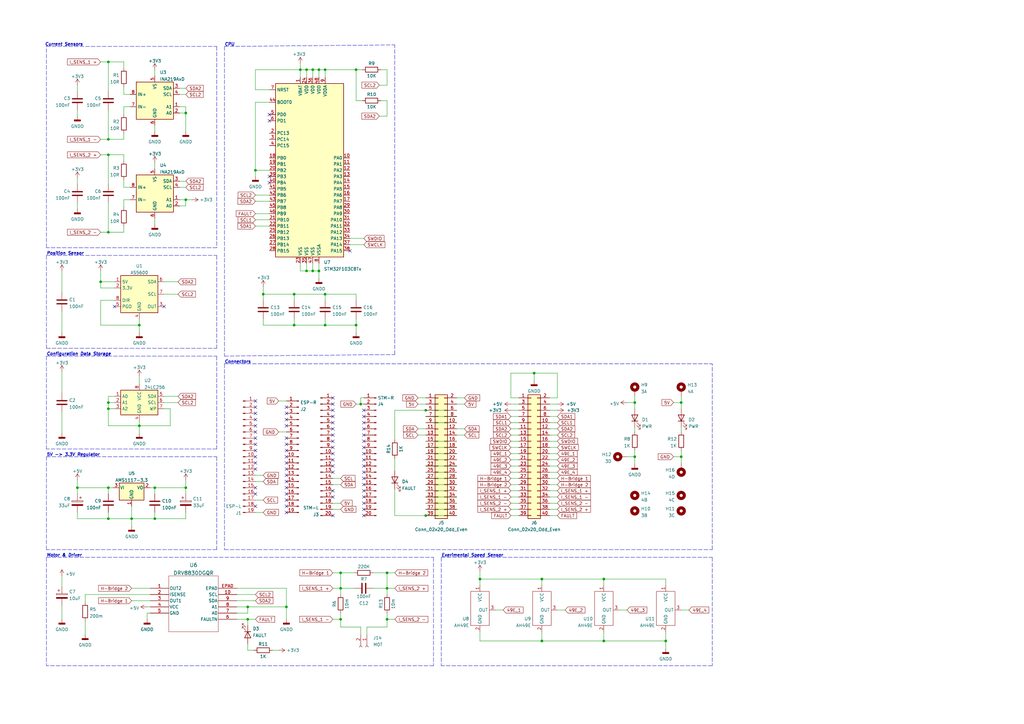
<source format=kicad_sch>
(kicad_sch (version 20211123) (generator eeschema)
  (paper "A3")
  (title_block (title "Smart Servo Control Board") (date "2023-12-09") (rev "1") (company "Phil's Robotics"))
  (junction (at 273.05 262.89))
  (junction (at 139.7 254))
  (junction (at 133.35 120.65))
  (junction (at 125.73 111.125))
  (junction (at 63.5 200.025))
  (junction (at 133.35 133.35))
  (junction (at 279.4 187.325))
  (junction (at 120.65 120.65))
  (junction (at 76.2 81.915))
  (junction (at 63.5 212.725))
  (junction (at 31.75 200.025))
  (junction (at 174.625 168.275))
  (junction (at 44.45 25.4))
  (junction (at 260.35 187.325))
  (junction (at 53.975 212.725))
  (junction (at 222.25 262.89))
  (junction (at 44.45 200.025))
  (junction (at 130.81 28.575))
  (junction (at 44.45 167.64))
  (junction (at 130.81 111.125))
  (junction (at 133.35 28.575))
  (junction (at 44.45 63.5))
  (junction (at 174.625 211.455))
  (junction (at 247.65 262.89))
  (junction (at 44.45 165.1))
  (junction (at 139.7 234.95))
  (junction (at 107.95 120.65))
  (junction (at 57.15 174.625))
  (junction (at 117.475 248.92))
  (junction (at 158.75 234.95))
  (junction (at 196.85 237.49))
  (junction (at 139.7 241.3))
  (junction (at 128.27 111.125))
  (junction (at 101.6 248.92))
  (junction (at 76.2 46.355))
  (junction (at 125.73 28.575))
  (junction (at 158.75 241.3))
  (junction (at 104.775 69.85))
  (junction (at 44.45 212.725))
  (junction (at 260.35 165.1))
  (junction (at 76.2 200.025))
  (junction (at 57.15 133.35))
  (junction (at 158.75 254))
  (junction (at 44.45 95.25))
  (junction (at 41.275 115.57))
  (junction (at 128.27 28.575))
  (junction (at 146.05 133.35))
  (junction (at 44.45 57.15))
  (junction (at 146.05 28.575))
  (junction (at 279.4 165.1))
  (junction (at 123.19 28.575))
  (junction (at 101.6 254))
  (junction (at 247.65 237.49))
  (junction (at 147.955 165.735))
  (junction (at 222.25 237.49))
  (junction (at 219.075 153.035))
  (junction (at 120.65 133.35))
  (no_connect (at 110.49 46.99))
  (no_connect (at 110.49 49.53))
  (no_connect (at 110.49 72.39))
  (no_connect (at 110.49 74.93))
  (no_connect (at 143.51 102.87))
  (no_connect (at 149.225 196.215))
  (no_connect (at 149.225 173.355))
  (no_connect (at 149.225 170.815))
  (no_connect (at 149.225 193.675))
  (no_connect (at 149.225 191.135))
  (no_connect (at 149.225 188.595))
  (no_connect (at 149.225 186.055))
  (no_connect (at 149.225 183.515))
  (no_connect (at 149.225 180.975))
  (no_connect (at 149.225 178.435))
  (no_connect (at 149.225 175.895))
  (no_connect (at 104.775 187.325))
  (no_connect (at 104.775 189.865))
  (no_connect (at 104.775 192.405))
  (no_connect (at 117.475 194.945))
  (no_connect (at 117.475 174.625))
  (no_connect (at 117.475 192.405))
  (no_connect (at 117.475 189.865))
  (no_connect (at 117.475 187.325))
  (no_connect (at 117.475 184.785))
  (no_connect (at 117.475 182.245))
  (no_connect (at 117.475 179.705))
  (no_connect (at 104.775 172.085))
  (no_connect (at 104.775 200.025))
  (no_connect (at 104.775 202.565))
  (no_connect (at 104.775 207.645))
  (no_connect (at 104.775 174.625))
  (no_connect (at 104.775 177.165))
  (no_connect (at 104.775 179.705))
  (no_connect (at 104.775 182.245))
  (no_connect (at 104.775 184.785))
  (no_connect (at 67.31 125.73))
  (no_connect (at 46.99 125.73))
  (no_connect (at 117.475 167.005))
  (no_connect (at 117.475 169.545))
  (no_connect (at 117.475 172.085))
  (no_connect (at 104.775 169.545))
  (no_connect (at 104.775 164.465))
  (no_connect (at 104.775 167.005))
  (no_connect (at 149.225 201.295))
  (no_connect (at 149.225 198.755))
  (no_connect (at 149.225 211.455))
  (no_connect (at 149.225 208.915))
  (no_connect (at 149.225 206.375))
  (no_connect (at 149.225 203.835))
  (no_connect (at 136.525 193.675))
  (no_connect (at 136.525 201.295))
  (no_connect (at 136.525 203.835))
  (no_connect (at 136.525 163.195))
  (no_connect (at 136.525 165.735))
  (no_connect (at 136.525 168.275))
  (no_connect (at 136.525 170.815))
  (no_connect (at 136.525 173.355))
  (no_connect (at 136.525 175.895))
  (no_connect (at 136.525 178.435))
  (no_connect (at 136.525 180.975))
  (no_connect (at 136.525 183.515))
  (no_connect (at 136.525 186.055))
  (no_connect (at 136.525 188.595))
  (no_connect (at 136.525 191.135))
  (no_connect (at 117.475 207.645))
  (no_connect (at 117.475 205.105))
  (no_connect (at 117.475 202.565))
  (no_connect (at 117.475 200.025))
  (no_connect (at 117.475 197.485))
  (no_connect (at 149.225 168.275))
  (no_connect (at 136.525 211.455))
  (no_connect (at 117.475 210.185))
  (wire (pts (xy 136.525 234.95) (xy 139.7 234.95)))
  (wire (pts (xy 273.05 237.49) (xy 273.05 240.03)))
  (wire (pts (xy 222.25 262.89) (xy 247.65 262.89)))
  (wire (pts (xy 158.75 234.95) (xy 161.925 234.95)))
  (wire (pts (xy 146.05 120.65) (xy 146.05 123.19)))
  (wire (pts (xy 155.575 47.625) (xy 158.75 47.625)))
  (wire (pts (xy 104.775 197.485) (xy 107.95 197.485)))
  (wire (pts (xy 257.175 165.1) (xy 260.35 165.1)))
  (wire (pts (xy 31.75 83.185) (xy 31.75 85.725)))
  (wire (pts (xy 41.275 123.19) (xy 41.275 133.35)))
  (wire (pts (xy 63.5 28.575) (xy 63.5 31.115)))
  (wire (pts (xy 187.325 163.195) (xy 190.5 163.195)))
  (wire (pts (xy 146.05 133.35) (xy 146.05 136.525)))
  (wire (pts (xy 225.425 188.595) (xy 228.6 188.595)))
  (polyline (pts (xy 19.05 228.6) (xy 19.05 273.05)))
  (wire (pts (xy 53.975 212.725) (xy 53.975 207.645)))
  (wire (pts (xy 73.66 81.915) (xy 76.2 81.915)))
  (wire (pts (xy 187.325 178.435) (xy 190.5 178.435)))
  (wire (pts (xy 97.155 241.3) (xy 117.475 241.3)))
  (wire (pts (xy 120.65 120.65) (xy 133.35 120.65)))
  (wire (pts (xy 50.8 73.66) (xy 50.8 76.835)))
  (wire (pts (xy 225.425 196.215) (xy 228.6 196.215)))
  (wire (pts (xy 44.45 167.64) (xy 44.45 174.625)))
  (wire (pts (xy 174.625 173.355) (xy 187.325 173.355)))
  (wire (pts (xy 73.66 46.355) (xy 76.2 46.355)))
  (wire (pts (xy 225.425 183.515) (xy 228.6 183.515)))
  (wire (pts (xy 225.425 165.735) (xy 228.6 165.735)))
  (wire (pts (xy 130.81 114.3) (xy 130.81 111.125)))
  (wire (pts (xy 225.425 201.295) (xy 228.6 201.295)))
  (wire (pts (xy 53.975 246.38) (xy 61.595 246.38)))
  (wire (pts (xy 44.45 25.4) (xy 50.8 25.4)))
  (wire (pts (xy 174.625 208.915) (xy 187.325 208.915)))
  (wire (pts (xy 139.7 241.3) (xy 139.7 243.84)))
  (wire (pts (xy 147.955 257.175) (xy 147.955 260.35)))
  (wire (pts (xy 209.55 173.355) (xy 212.725 173.355)))
  (wire (pts (xy 63.5 66.675) (xy 63.5 69.215)))
  (wire (pts (xy 225.425 206.375) (xy 228.6 206.375)))
  (wire (pts (xy 50.8 46.99) (xy 50.8 43.815)))
  (wire (pts (xy 76.2 202.565) (xy 76.2 200.025)))
  (wire (pts (xy 63.5 212.725) (xy 76.2 212.725)))
  (polyline (pts (xy 88.9 104.775) (xy 88.9 142.875)))
  (wire (pts (xy 158.75 241.3) (xy 158.75 243.84)))
  (wire (pts (xy 101.6 254) (xy 101.6 256.54)))
  (wire (pts (xy 279.4 165.1) (xy 279.4 167.64)))
  (wire (pts (xy 46.99 115.57) (xy 41.275 115.57)))
  (polyline (pts (xy 292.1 273.05) (xy 180.975 273.05)))
  (wire (pts (xy 41.275 25.4) (xy 44.45 25.4)))
  (wire (pts (xy 212.725 211.455) (xy 209.55 211.455)))
  (wire (pts (xy 104.775 28.575) (xy 123.19 28.575)))
  (wire (pts (xy 57.15 172.72) (xy 57.15 174.625)))
  (wire (pts (xy 107.95 120.65) (xy 120.65 120.65)))
  (wire (pts (xy 104.775 194.945) (xy 107.95 194.945)))
  (wire (pts (xy 279.4 250.19) (xy 282.575 250.19)))
  (polyline (pts (xy 180.975 228.6) (xy 292.1 228.6)))
  (wire (pts (xy 34.925 243.84) (xy 34.925 247.015)))
  (wire (pts (xy 44.45 167.64) (xy 46.99 167.64)))
  (wire (pts (xy 225.425 203.835) (xy 228.6 203.835)))
  (wire (pts (xy 41.275 63.5) (xy 44.45 63.5)))
  (wire (pts (xy 125.73 111.125) (xy 128.27 111.125)))
  (wire (pts (xy 31.75 200.025) (xy 44.45 200.025)))
  (polyline (pts (xy 180.975 228.6) (xy 180.975 273.05)))
  (wire (pts (xy 146.05 28.575) (xy 148.59 28.575)))
  (wire (pts (xy 273.05 259.08) (xy 273.05 262.89)))
  (wire (pts (xy 187.325 175.895) (xy 190.5 175.895)))
  (wire (pts (xy 279.4 162.56) (xy 279.4 165.1)))
  (wire (pts (xy 63.5 51.435) (xy 63.5 53.975)))
  (wire (pts (xy 279.4 175.26) (xy 279.4 177.165)))
  (wire (pts (xy 161.925 200.66) (xy 161.925 211.455)))
  (wire (pts (xy 31.75 34.925) (xy 31.75 37.465)))
  (wire (pts (xy 156.21 41.275) (xy 158.75 41.275)))
  (wire (pts (xy 222.25 259.08) (xy 222.25 262.89)))
  (wire (pts (xy 44.45 45.085) (xy 44.45 57.15)))
  (wire (pts (xy 104.775 80.01) (xy 110.49 80.01)))
  (wire (pts (xy 146.05 130.81) (xy 146.05 133.35)))
  (wire (pts (xy 158.75 34.925) (xy 158.75 28.575)))
  (wire (pts (xy 50.8 35.56) (xy 50.8 38.735)))
  (wire (pts (xy 123.19 107.95) (xy 123.19 111.125)))
  (wire (pts (xy 225.425 173.355) (xy 228.6 173.355)))
  (wire (pts (xy 44.45 200.025) (xy 46.355 200.025)))
  (wire (pts (xy 25.4 236.22) (xy 25.4 240.665)))
  (wire (pts (xy 44.45 210.185) (xy 44.45 212.725)))
  (wire (pts (xy 41.275 118.11) (xy 46.99 118.11)))
  (wire (pts (xy 257.175 187.325) (xy 260.35 187.325)))
  (wire (pts (xy 161.925 211.455) (xy 174.625 211.455)))
  (wire (pts (xy 171.45 165.735) (xy 174.625 165.735)))
  (polyline (pts (xy 19.05 19.05) (xy 88.9 19.05)))
  (wire (pts (xy 225.425 178.435) (xy 228.6 178.435)))
  (wire (pts (xy 44.45 165.1) (xy 46.99 165.1)))
  (wire (pts (xy 139.7 234.95) (xy 145.415 234.95)))
  (wire (pts (xy 161.925 180.34) (xy 161.925 168.275)))
  (wire (pts (xy 67.31 115.57) (xy 73.025 115.57)))
  (wire (pts (xy 174.625 168.275) (xy 187.325 168.275)))
  (wire (pts (xy 41.275 111.125) (xy 41.275 115.57)))
  (wire (pts (xy 133.35 130.81) (xy 133.35 133.35)))
  (wire (pts (xy 254 250.19) (xy 257.175 250.19)))
  (wire (pts (xy 279.4 184.785) (xy 279.4 187.325)))
  (wire (pts (xy 171.45 175.895) (xy 174.625 175.895)))
  (wire (pts (xy 125.73 28.575) (xy 128.27 28.575)))
  (polyline (pts (xy 92.075 19.05) (xy 92.075 146.05)))
  (wire (pts (xy 130.81 28.575) (xy 133.35 28.575)))
  (wire (pts (xy 196.85 237.49) (xy 222.25 237.49)))
  (wire (pts (xy 107.95 133.35) (xy 120.65 133.35)))
  (wire (pts (xy 209.55 175.895) (xy 212.725 175.895)))
  (wire (pts (xy 101.6 254) (xy 104.775 254)))
  (wire (pts (xy 123.19 28.575) (xy 123.19 26.035)))
  (wire (pts (xy 133.35 120.65) (xy 133.35 123.19)))
  (wire (pts (xy 247.65 237.49) (xy 273.05 237.49)))
  (wire (pts (xy 146.05 28.575) (xy 146.05 41.275)))
  (wire (pts (xy 104.775 210.185) (xy 107.95 210.185)))
  (wire (pts (xy 41.275 133.35) (xy 57.15 133.35)))
  (wire (pts (xy 139.7 241.3) (xy 145.415 241.3)))
  (wire (pts (xy 174.625 191.135) (xy 187.325 191.135)))
  (wire (pts (xy 143.51 97.79) (xy 149.225 97.79)))
  (wire (pts (xy 147.955 165.735) (xy 149.225 165.735)))
  (wire (pts (xy 25.4 152.4) (xy 25.4 161.29)))
  (wire (pts (xy 174.625 193.675) (xy 187.325 193.675)))
  (wire (pts (xy 228.6 153.035) (xy 228.6 163.195)))
  (wire (pts (xy 44.45 212.725) (xy 53.975 212.725)))
  (wire (pts (xy 158.75 251.46) (xy 158.75 254)))
  (wire (pts (xy 50.8 25.4) (xy 50.8 27.94)))
  (wire (pts (xy 174.625 211.455) (xy 187.325 211.455)))
  (wire (pts (xy 260.35 162.56) (xy 260.35 165.1)))
  (wire (pts (xy 101.6 248.92) (xy 101.6 251.46)))
  (wire (pts (xy 128.27 111.125) (xy 130.81 111.125)))
  (wire (pts (xy 57.15 133.35) (xy 57.15 136.525)))
  (wire (pts (xy 104.775 82.55) (xy 110.49 82.55)))
  (wire (pts (xy 260.35 184.785) (xy 260.35 187.325)))
  (wire (pts (xy 76.2 210.185) (xy 76.2 212.725)))
  (wire (pts (xy 76.2 81.915) (xy 78.74 81.915)))
  (wire (pts (xy 174.625 170.815) (xy 187.325 170.815)))
  (wire (pts (xy 125.73 31.75) (xy 125.73 28.575)))
  (wire (pts (xy 73.66 43.815) (xy 76.2 43.815)))
  (wire (pts (xy 31.75 212.725) (xy 44.45 212.725)))
  (wire (pts (xy 209.55 208.915) (xy 212.725 208.915)))
  (wire (pts (xy 155.575 34.925) (xy 158.75 34.925)))
  (wire (pts (xy 139.7 257.175) (xy 147.955 257.175)))
  (wire (pts (xy 219.075 153.035) (xy 219.075 156.21)))
  (wire (pts (xy 34.925 243.84) (xy 61.595 243.84)))
  (wire (pts (xy 158.75 47.625) (xy 158.75 41.275)))
  (wire (pts (xy 146.05 165.735) (xy 147.955 165.735)))
  (wire (pts (xy 104.775 92.71) (xy 110.49 92.71)))
  (wire (pts (xy 209.55 193.675) (xy 212.725 193.675)))
  (wire (pts (xy 104.775 69.85) (xy 110.49 69.85)))
  (wire (pts (xy 123.19 28.575) (xy 125.73 28.575)))
  (wire (pts (xy 209.55 196.215) (xy 212.725 196.215)))
  (wire (pts (xy 276.225 165.1) (xy 279.4 165.1)))
  (wire (pts (xy 101.6 251.46) (xy 97.155 251.46)))
  (wire (pts (xy 161.925 168.275) (xy 174.625 168.275)))
  (wire (pts (xy 41.275 95.25) (xy 44.45 95.25)))
  (wire (pts (xy 117.475 241.3) (xy 117.475 248.92)))
  (wire (pts (xy 136.525 254) (xy 139.7 254)))
  (wire (pts (xy 63.5 210.185) (xy 63.5 212.725)))
  (wire (pts (xy 60.325 251.46) (xy 60.325 254)))
  (wire (pts (xy 53.975 241.3) (xy 61.595 241.3)))
  (polyline (pts (xy 88.9 19.05) (xy 88.9 101.6)))
  (wire (pts (xy 222.25 237.49) (xy 247.65 237.49)))
  (wire (pts (xy 73.66 76.835) (xy 76.2 76.835)))
  (polyline (pts (xy 88.9 184.15) (xy 19.05 184.15)))
  (wire (pts (xy 219.075 153.035) (xy 228.6 153.035)))
  (wire (pts (xy 50.8 43.815) (xy 53.34 43.815)))
  (wire (pts (xy 225.425 168.275) (xy 228.6 168.275)))
  (wire (pts (xy 225.425 186.055) (xy 228.6 186.055)))
  (wire (pts (xy 73.66 84.455) (xy 76.2 84.455)))
  (wire (pts (xy 67.31 120.65) (xy 73.025 120.65)))
  (wire (pts (xy 247.65 259.08) (xy 247.65 262.89)))
  (wire (pts (xy 25.4 111.125) (xy 25.4 120.015)))
  (wire (pts (xy 171.45 163.195) (xy 174.625 163.195)))
  (wire (pts (xy 209.55 203.835) (xy 212.725 203.835)))
  (wire (pts (xy 110.49 87.63) (xy 104.775 87.63)))
  (wire (pts (xy 136.525 198.755) (xy 139.7 198.755)))
  (wire (pts (xy 222.25 237.49) (xy 222.25 240.03)))
  (wire (pts (xy 44.45 174.625) (xy 57.15 174.625)))
  (wire (pts (xy 25.4 248.285) (xy 25.4 254)))
  (wire (pts (xy 136.525 196.215) (xy 139.7 196.215)))
  (wire (pts (xy 203.2 250.19) (xy 206.375 250.19)))
  (wire (pts (xy 136.525 241.3) (xy 139.7 241.3)))
  (wire (pts (xy 44.45 57.15) (xy 50.8 57.15)))
  (wire (pts (xy 228.6 211.455) (xy 225.425 211.455)))
  (wire (pts (xy 60.325 248.92) (xy 61.595 248.92)))
  (wire (pts (xy 50.8 63.5) (xy 50.8 66.04)))
  (wire (pts (xy 31.75 196.85) (xy 31.75 200.025)))
  (wire (pts (xy 34.925 254.635) (xy 34.925 260.35)))
  (polyline (pts (xy 92.075 149.225) (xy 92.075 225.425)))
  (wire (pts (xy 209.55 163.195) (xy 212.725 163.195)))
  (wire (pts (xy 44.45 83.185) (xy 44.45 95.25)))
  (wire (pts (xy 50.8 76.835) (xy 53.34 76.835)))
  (wire (pts (xy 130.81 28.575) (xy 130.81 31.75)))
  (wire (pts (xy 260.35 187.325) (xy 260.35 190.5)))
  (wire (pts (xy 50.8 38.735) (xy 53.34 38.735)))
  (wire (pts (xy 158.75 241.3) (xy 158.75 234.95)))
  (wire (pts (xy 31.75 45.085) (xy 31.75 47.625)))
  (wire (pts (xy 41.275 57.15) (xy 44.45 57.15)))
  (wire (pts (xy 117.475 248.92) (xy 117.475 254)))
  (polyline (pts (xy 88.9 225.425) (xy 19.05 225.425)))
  (wire (pts (xy 247.65 262.89) (xy 273.05 262.89)))
  (wire (pts (xy 139.7 234.95) (xy 139.7 241.3)))
  (wire (pts (xy 225.425 191.135) (xy 228.6 191.135)))
  (polyline (pts (xy 92.075 19.05) (xy 161.925 18.415)))
  (wire (pts (xy 209.55 168.275) (xy 212.725 168.275)))
  (wire (pts (xy 209.55 188.595) (xy 212.725 188.595)))
  (wire (pts (xy 156.21 28.575) (xy 158.75 28.575)))
  (wire (pts (xy 73.66 74.295) (xy 76.2 74.295)))
  (wire (pts (xy 25.4 127.635) (xy 25.4 136.525)))
  (wire (pts (xy 46.99 123.19) (xy 41.275 123.19)))
  (wire (pts (xy 73.66 36.195) (xy 76.2 36.195)))
  (polyline (pts (xy 19.05 104.775) (xy 19.05 142.875)))
  (wire (pts (xy 69.85 167.64) (xy 69.85 174.625)))
  (wire (pts (xy 44.45 165.1) (xy 44.45 167.64)))
  (wire (pts (xy 120.65 130.81) (xy 120.65 133.35)))
  (wire (pts (xy 104.775 36.83) (xy 104.775 28.575)))
  (wire (pts (xy 107.95 130.81) (xy 107.95 133.35)))
  (wire (pts (xy 101.6 266.7) (xy 104.14 266.7)))
  (wire (pts (xy 150.495 257.175) (xy 158.75 257.175)))
  (polyline (pts (xy 92.075 225.425) (xy 292.1 225.425)))
  (wire (pts (xy 44.45 63.5) (xy 44.45 75.565)))
  (wire (pts (xy 174.625 180.975) (xy 187.325 180.975)))
  (polyline (pts (xy 88.9 187.325) (xy 88.9 225.425)))
  (wire (pts (xy 225.425 208.915) (xy 228.6 208.915)))
  (wire (pts (xy 279.4 187.325) (xy 279.4 189.865)))
  (wire (pts (xy 174.625 206.375) (xy 187.325 206.375)))
  (wire (pts (xy 114.3 177.165) (xy 117.475 177.165)))
  (wire (pts (xy 136.525 208.915) (xy 139.7 208.915)))
  (wire (pts (xy 209.55 198.755) (xy 212.725 198.755)))
  (polyline (pts (xy 19.05 228.6) (xy 177.8 228.6)))
  (wire (pts (xy 158.75 254) (xy 161.925 254)))
  (wire (pts (xy 174.625 196.215) (xy 187.325 196.215)))
  (wire (pts (xy 44.45 63.5) (xy 50.8 63.5)))
  (wire (pts (xy 63.5 200.025) (xy 76.2 200.025)))
  (wire (pts (xy 104.775 41.91) (xy 110.49 41.91)))
  (wire (pts (xy 125.73 107.95) (xy 125.73 111.125)))
  (wire (pts (xy 111.76 266.7) (xy 114.3 266.7)))
  (wire (pts (xy 107.95 120.65) (xy 107.95 123.19)))
  (wire (pts (xy 31.75 202.565) (xy 31.75 200.025)))
  (wire (pts (xy 31.75 210.185) (xy 31.75 212.725)))
  (polyline (pts (xy 161.925 145.415) (xy 161.925 18.415)))
  (polyline (pts (xy 88.9 146.05) (xy 88.9 184.15)))
  (wire (pts (xy 60.325 251.46) (xy 61.595 251.46)))
  (wire (pts (xy 97.155 246.38) (xy 104.775 246.38)))
  (wire (pts (xy 225.425 170.815) (xy 228.6 170.815)))
  (wire (pts (xy 128.27 28.575) (xy 130.81 28.575)))
  (wire (pts (xy 67.31 165.1) (xy 73.025 165.1)))
  (polyline (pts (xy 19.05 146.05) (xy 88.9 146.05)))
  (wire (pts (xy 187.325 165.735) (xy 190.5 165.735)))
  (wire (pts (xy 209.55 201.295) (xy 212.725 201.295)))
  (wire (pts (xy 110.49 36.83) (xy 104.775 36.83)))
  (wire (pts (xy 63.5 202.565) (xy 63.5 200.025)))
  (wire (pts (xy 158.75 241.3) (xy 161.925 241.3)))
  (wire (pts (xy 67.31 167.64) (xy 69.85 167.64)))
  (wire (pts (xy 76.2 84.455) (xy 76.2 81.915)))
  (wire (pts (xy 209.55 186.055) (xy 212.725 186.055)))
  (wire (pts (xy 123.19 111.125) (xy 125.73 111.125)))
  (wire (pts (xy 57.15 174.625) (xy 57.15 177.8)))
  (wire (pts (xy 97.155 243.84) (xy 104.775 243.84)))
  (wire (pts (xy 57.15 130.81) (xy 57.15 133.35)))
  (polyline (pts (xy 292.1 228.6) (xy 292.1 273.05)))
  (wire (pts (xy 146.05 133.35) (xy 133.35 133.35)))
  (wire (pts (xy 41.275 115.57) (xy 41.275 118.11)))
  (wire (pts (xy 44.45 25.4) (xy 44.45 37.465)))
  (polyline (pts (xy 19.05 104.775) (xy 88.9 104.775)))
  (wire (pts (xy 104.775 41.91) (xy 104.775 69.85)))
  (wire (pts (xy 101.6 264.16) (xy 101.6 266.7)))
  (wire (pts (xy 247.65 237.49) (xy 247.65 240.03)))
  (wire (pts (xy 104.775 90.17) (xy 110.49 90.17)))
  (wire (pts (xy 209.55 165.735) (xy 212.725 165.735)))
  (wire (pts (xy 260.35 165.1) (xy 260.35 167.64)))
  (wire (pts (xy 209.55 183.515) (xy 212.725 183.515)))
  (wire (pts (xy 225.425 193.675) (xy 228.6 193.675)))
  (wire (pts (xy 161.925 187.96) (xy 161.925 193.04)))
  (wire (pts (xy 209.55 170.815) (xy 212.725 170.815)))
  (wire (pts (xy 174.625 201.295) (xy 187.325 201.295)))
  (wire (pts (xy 225.425 175.895) (xy 228.6 175.895)))
  (polyline (pts (xy 19.05 142.875) (xy 88.9 142.875)))
  (wire (pts (xy 209.55 178.435) (xy 212.725 178.435)))
  (wire (pts (xy 114.3 164.465) (xy 117.475 164.465)))
  (wire (pts (xy 67.31 162.56) (xy 73.025 162.56)))
  (wire (pts (xy 76.2 43.815) (xy 76.2 46.355)))
  (polyline (pts (xy 19.05 146.05) (xy 19.05 184.15)))
  (wire (pts (xy 120.65 133.35) (xy 133.35 133.35)))
  (wire (pts (xy 139.7 254) (xy 139.7 257.175)))
  (wire (pts (xy 44.45 202.565) (xy 44.45 200.025)))
  (wire (pts (xy 50.8 95.25) (xy 50.8 92.71)))
  (wire (pts (xy 44.45 95.25) (xy 50.8 95.25)))
  (wire (pts (xy 150.495 260.35) (xy 150.495 257.175)))
  (wire (pts (xy 76.2 196.85) (xy 76.2 200.025)))
  (wire (pts (xy 139.7 251.46) (xy 139.7 254)))
  (wire (pts (xy 174.625 186.055) (xy 187.325 186.055)))
  (wire (pts (xy 209.55 191.135) (xy 212.725 191.135)))
  (wire (pts (xy 133.35 28.575) (xy 133.35 31.75)))
  (wire (pts (xy 97.155 254) (xy 101.6 254)))
  (wire (pts (xy 57.15 174.625) (xy 69.85 174.625)))
  (wire (pts (xy 104.775 205.105) (xy 107.95 205.105)))
  (wire (pts (xy 130.81 111.125) (xy 130.81 107.95)))
  (wire (pts (xy 147.955 163.195) (xy 147.955 165.735)))
  (wire (pts (xy 209.55 153.035) (xy 219.075 153.035)))
  (wire (pts (xy 196.85 234.315) (xy 196.85 237.49)))
  (wire (pts (xy 53.975 212.725) (xy 63.5 212.725)))
  (wire (pts (xy 276.225 187.325) (xy 279.4 187.325)))
  (polyline (pts (xy 177.8 273.05) (xy 19.05 273.05)))
  (wire (pts (xy 101.6 248.92) (xy 117.475 248.92)))
  (polyline (pts (xy 177.8 228.6) (xy 177.8 273.05)))
  (wire (pts (xy 273.05 262.89) (xy 273.05 266.065)))
  (polyline (pts (xy 88.9 101.6) (xy 19.05 101.6)))
  (wire (pts (xy 260.35 175.26) (xy 260.35 177.165)))
  (polyline (pts (xy 292.1 225.425) (xy 292.1 149.225)))
  (wire (pts (xy 153.035 241.3) (xy 158.75 241.3)))
  (wire (pts (xy 196.85 259.08) (xy 196.85 262.89)))
  (wire (pts (xy 174.625 198.755) (xy 187.325 198.755)))
  (wire (pts (xy 123.19 31.75) (xy 123.19 28.575)))
  (wire (pts (xy 158.75 254) (xy 158.75 257.175)))
  (wire (pts (xy 63.5 89.535) (xy 63.5 92.075)))
  (wire (pts (xy 107.95 117.475) (xy 107.95 120.65)))
  (wire (pts (xy 171.45 178.435) (xy 174.625 178.435)))
  (wire (pts (xy 209.55 163.195) (xy 209.55 153.035)))
  (wire (pts (xy 209.55 206.375) (xy 212.725 206.375)))
  (wire (pts (xy 53.975 212.725) (xy 53.975 215.9)))
  (wire (pts (xy 57.15 154.305) (xy 57.15 157.48)))
  (wire (pts (xy 196.85 237.49) (xy 196.85 240.03)))
  (wire (pts (xy 44.45 162.56) (xy 44.45 165.1)))
  (wire (pts (xy 104.775 72.39) (xy 104.775 69.85)))
  (polyline (pts (xy 19.05 101.6) (xy 19.05 19.05)))
  (wire (pts (xy 50.8 81.915) (xy 53.34 81.915)))
  (polyline (pts (xy 92.075 146.05) (xy 161.925 145.415)))
  (wire (pts (xy 196.85 262.89) (xy 222.25 262.89)))
  (polyline (pts (xy 92.075 149.225) (xy 292.1 149.225)))
  (wire (pts (xy 153.035 234.95) (xy 158.75 234.95)))
  (wire (pts (xy 25.4 168.91) (xy 25.4 177.8)))
  (wire (pts (xy 225.425 163.195) (xy 228.6 163.195)))
  (wire (pts (xy 225.425 198.755) (xy 228.6 198.755)))
  (wire (pts (xy 97.155 248.92) (xy 101.6 248.92)))
  (wire (pts (xy 120.65 120.65) (xy 120.65 123.19)))
  (wire (pts (xy 149.225 163.195) (xy 147.955 163.195)))
  (wire (pts (xy 76.2 46.355) (xy 76.2 53.975)))
  (wire (pts (xy 133.35 120.65) (xy 146.05 120.65)))
  (wire (pts (xy 174.625 188.595) (xy 187.325 188.595)))
  (wire (pts (xy 73.66 38.735) (xy 76.2 38.735)))
  (wire (pts (xy 228.6 250.19) (xy 231.775 250.19)))
  (wire (pts (xy 136.525 206.375) (xy 139.7 206.375)))
  (wire (pts (xy 146.05 41.275) (xy 148.59 41.275)))
  (wire (pts (xy 128.27 28.575) (xy 128.27 31.75)))
  (wire (pts (xy 143.51 100.33) (xy 149.225 100.33)))
  (polyline (pts (xy 19.05 187.325) (xy 88.9 187.325)))
  (wire (pts (xy 61.595 200.025) (xy 63.5 200.025)))
  (wire (pts (xy 225.425 180.975) (xy 228.6 180.975)))
  (polyline (pts (xy 19.05 225.425) (xy 19.05 187.325)))
  (wire (pts (xy 46.99 162.56) (xy 44.45 162.56)))
  (wire (pts (xy 174.625 183.515) (xy 187.325 183.515)))
  (wire (pts (xy 174.625 203.835) (xy 187.325 203.835)))
  (wire (pts (xy 128.27 107.95) (xy 128.27 111.125)))
  (wire (pts (xy 50.8 85.09) (xy 50.8 81.915)))
  (wire (pts (xy 31.75 73.025) (xy 31.75 75.565)))
  (wire (pts (xy 50.8 57.15) (xy 50.8 54.61)))
  (wire (pts (xy 209.55 180.975) (xy 212.725 180.975)))
  (wire (pts (xy 133.35 28.575) (xy 146.05 28.575)))
  (text "Configuration Data Storage" (at 19.05 146.05 0) (effects (font (size 1.27 1.27) bold italic) (justify left bottom)))
  (text "Position Sensor\n" (at 19.05 104.775 0) (effects (font (size 1.27 1.27) bold italic) (justify left bottom)))
  (text "CPU" (at 92.075 19.05 0) (effects (font (size 1.27 1.27) bold italic) (justify left bottom)))
  (text "Motor & Driver\n" (at 19.05 228.6 0) (effects (font (size 1.27 1.27) bold italic) (justify left bottom)))
  (text "5V -> 3.3V Regulator" (at 19.05 187.325 0) (effects (font (size 1.27 1.27) (thickness 0.254) bold italic) (justify left bottom)))
  (text "Current Sensors" (at 18.415 19.05 0) (effects (font (size 1.27 1.27) bold italic) (justify left bottom)))
  (text "Connectors" (at 92.075 149.225 0) (effects (font (size 1.27 1.27) bold italic) (justify left bottom)))
  (text "Exerimental Speed Sensor" (at 180.975 228.6 0) (effects (font (size 1.27 1.27) bold italic) (justify left bottom)))
  (global_label "SCL2" (shape input) (at 209.55 178.435 180) (property "Intersheet References" "${INTERSHEET_REFS}" (effects hide)))
  (global_label "FAULT" (shape input) (at 104.775 254 0) (property "Intersheet References" "${INTERSHEET_REFS}" (effects hide)))
  (global_label "H-Bridge 1" (shape input) (at 209.55 196.215 180) (property "Intersheet References" "${INTERSHEET_REFS}" (effects hide)))
  (global_label "I_SENS_1 +" (shape input) (at 228.6 201.295 0) (property "Intersheet References" "${INTERSHEET_REFS}" (effects hide)))
  (global_label "SDA1" (shape input) (at 209.55 170.815 180) (property "Intersheet References" "${INTERSHEET_REFS}" (effects hide)))
  (global_label "SDA2" (shape input) (at 155.575 47.625 180) (property "Intersheet References" "${INTERSHEET_REFS}" (effects hide)))
  (global_label "I_SENS_2 -" (shape input) (at 209.55 206.375 180) (property "Intersheet References" "${INTERSHEET_REFS}" (effects hide)))
  (global_label "SWCLK" (shape input) (at 149.225 100.33 0) (property "Intersheet References" "${INTERSHEET_REFS}" (effects hide)))
  (global_label "5V" (shape input) (at 114.3 164.465 180) (property "Intersheet References" "${INTERSHEET_REFS}" (effects hide)))
  (global_label "SDA" (shape input) (at 190.5 175.895 0) (property "Intersheet References" "${INTERSHEET_REFS}" (effects hide)))
  (global_label "SCL2" (shape input) (at 76.2 38.735 0) (property "Intersheet References" "${INTERSHEET_REFS}" (effects hide)))
  (global_label "GND" (shape input) (at 114.3 177.165 180) (property "Intersheet References" "${INTERSHEET_REFS}" (effects hide)))
  (global_label "SDA1" (shape input) (at 228.6 170.815 0) (property "Intersheet References" "${INTERSHEET_REFS}" (effects hide)))
  (global_label "H-Bridge 1" (shape input) (at 136.525 234.95 180) (property "Intersheet References" "${INTERSHEET_REFS}" (effects hide)))
  (global_label "I_SENS_1 +" (shape input) (at 136.525 241.3 180) (property "Intersheet References" "${INTERSHEET_REFS}" (effects hide)))
  (global_label "H-Bridge 2" (shape input) (at 228.6 198.755 0) (property "Intersheet References" "${INTERSHEET_REFS}" (effects hide)))
  (global_label "I_SENS_2 -" (shape input) (at 161.925 254 0) (property "Intersheet References" "${INTERSHEET_REFS}" (effects hide)))
  (global_label "49E_3" (shape input) (at 228.6 191.135 0) (property "Intersheet References" "${INTERSHEET_REFS}" (effects hide)))
  (global_label "H-Bridge 2" (shape input) (at 161.925 234.95 0) (property "Intersheet References" "${INTERSHEET_REFS}" (effects hide)))
  (global_label "GND" (shape input) (at 107.95 210.185 0) (property "Intersheet References" "${INTERSHEET_REFS}" (effects hide)))
  (global_label "SWDIO" (shape input) (at 209.55 180.975 180) (property "Intersheet References" "${INTERSHEET_REFS}" (effects hide)))
  (global_label "SDA" (shape input) (at 139.7 198.755 0) (property "Intersheet References" "${INTERSHEET_REFS}" (effects hide)))
  (global_label "SWCLK" (shape input) (at 209.55 183.515 180) (property "Intersheet References" "${INTERSHEET_REFS}" (effects hide)))
  (global_label "SCL2" (shape input) (at 104.775 243.84 0) (property "Intersheet References" "${INTERSHEET_REFS}" (effects hide)))
  (global_label "SDA2" (shape input) (at 228.6 175.895 0) (property "Intersheet References" "${INTERSHEET_REFS}" (effects hide)))
  (global_label "SCL1" (shape input) (at 104.775 90.17 180) (property "Intersheet References" "${INTERSHEET_REFS}" (effects hide)))
  (global_label "SDA2" (shape input) (at 104.775 246.38 0) (property "Intersheet References" "${INTERSHEET_REFS}" (effects hide)))
  (global_label "SCL2" (shape input) (at 76.2 76.835 0) (property "Intersheet References" "${INTERSHEET_REFS}" (effects hide)))
  (global_label "I_SENS_2 +" (shape input) (at 41.275 63.5 180) (property "Intersheet References" "${INTERSHEET_REFS}" (effects hide)))
  (global_label "SCL" (shape input) (at 107.95 205.105 0) (property "Intersheet References" "${INTERSHEET_REFS}" (effects hide)))
  (global_label "I_SENS_2 -" (shape input) (at 41.275 95.25 180) (property "Intersheet References" "${INTERSHEET_REFS}" (effects hide)))
  (global_label "SCL" (shape input) (at 139.7 196.215 0) (property "Intersheet References" "${INTERSHEET_REFS}" (effects hide)))
  (global_label "FAULT" (shape input) (at 228.6 211.455 0) (property "Intersheet References" "${INTERSHEET_REFS}" (effects hide)))
  (global_label "49E_1" (shape input) (at 228.6 186.055 0) (property "Intersheet References" "${INTERSHEET_REFS}" (effects hide)))
  (global_label "I_SENS_1 -" (shape input) (at 228.6 203.835 0) (property "Intersheet References" "${INTERSHEET_REFS}" (effects hide)))
  (global_label "49E_2" (shape input) (at 209.55 188.595 180) (property "Intersheet References" "${INTERSHEET_REFS}" (effects hide)))
  (global_label "H-Bridge 1" (shape input) (at 53.975 246.38 180) (property "Intersheet References" "${INTERSHEET_REFS}" (effects hide)))
  (global_label "GND" (shape input) (at 276.225 187.325 180) (property "Intersheet References" "${INTERSHEET_REFS}" (effects hide)))
  (global_label "SCL2" (shape input) (at 73.025 120.65 0) (property "Intersheet References" "${INTERSHEET_REFS}" (effects hide)))
  (global_label "H-Bridge 2" (shape input) (at 209.55 198.755 180) (property "Intersheet References" "${INTERSHEET_REFS}" (effects hide)))
  (global_label "I_SENS_1 -" (shape input) (at 209.55 203.835 180) (property "Intersheet References" "${INTERSHEET_REFS}" (effects hide)))
  (global_label "I_SENS_2 -" (shape input) (at 228.6 206.375 0) (property "Intersheet References" "${INTERSHEET_REFS}" (effects hide)))
  (global_label "I_SENS_2 +" (shape input) (at 161.925 241.3 0) (property "Intersheet References" "${INTERSHEET_REFS}" (effects hide)))
  (global_label "49E_3" (shape input) (at 257.175 250.19 0) (property "Intersheet References" "${INTERSHEET_REFS}" (effects hide)))
  (global_label "SCL2" (shape input) (at 228.6 178.435 0) (property "Intersheet References" "${INTERSHEET_REFS}" (effects hide)))
  (global_label "49E_4" (shape input) (at 228.6 193.675 0) (property "Intersheet References" "${INTERSHEET_REFS}" (effects hide)))
  (global_label "I_SENS_1 +" (shape input) (at 41.275 25.4 180) (property "Intersheet References" "${INTERSHEET_REFS}" (effects hide)))
  (global_label "SCL2" (shape input) (at 155.575 34.925 180) (property "Intersheet References" "${INTERSHEET_REFS}" (effects hide)))
  (global_label "GND" (shape input) (at 190.5 163.195 0) (property "Intersheet References" "${INTERSHEET_REFS}" (effects hide)))
  (global_label "GND" (shape input) (at 171.45 163.195 180) (property "Intersheet References" "${INTERSHEET_REFS}" (effects hide)))
  (global_label "I_SENS_1 +" (shape input) (at 209.55 201.295 180) (property "Intersheet References" "${INTERSHEET_REFS}" (effects hide)))
  (global_label "I_SENS_2 +" (shape input) (at 209.55 208.915 180) (property "Intersheet References" "${INTERSHEET_REFS}" (effects hide)))
  (global_label "SCL" (shape input) (at 171.45 178.435 180) (property "Intersheet References" "${INTERSHEET_REFS}" (effects hide)))
  (global_label "FAULT" (shape input) (at 104.775 87.63 180) (property "Intersheet References" "${INTERSHEET_REFS}" (effects hide)))
  (global_label "SDA1" (shape input) (at 104.775 92.71 180) (property "Intersheet References" "${INTERSHEET_REFS}" (effects hide)))
  (global_label "GND" (shape input) (at 146.05 165.735 180) (property "Intersheet References" "${INTERSHEET_REFS}" (effects hide)))
  (global_label "49E_4" (shape input) (at 209.55 193.675 180) (property "Intersheet References" "${INTERSHEET_REFS}" (effects hide)))
  (global_label "49E_4" (shape input) (at 282.575 250.19 0) (property "Intersheet References" "${INTERSHEET_REFS}" (effects hide)))
  (global_label "GND" (shape input) (at 139.7 208.915 0) (property "Intersheet References" "${INTERSHEET_REFS}" (effects hide)))
  (global_label "SWCLK" (shape input) (at 228.6 183.515 0) (property "Intersheet References" "${INTERSHEET_REFS}" (effects hide)))
  (global_label "SCL2" (shape input) (at 73.025 165.1 0) (property "Intersheet References" "${INTERSHEET_REFS}" (effects hide)))
  (global_label "SWDIO" (shape input) (at 149.225 97.79 0) (property "Intersheet References" "${INTERSHEET_REFS}" (effects hide)))
  (global_label "5V" (shape input) (at 139.7 206.375 0) (property "Intersheet References" "${INTERSHEET_REFS}" (effects hide)))
  (global_label "H-Bridge 1" (shape input) (at 228.6 196.215 0) (property "Intersheet References" "${INTERSHEET_REFS}" (effects hide)))
  (global_label "SDA" (shape input) (at 107.95 197.485 0) (property "Intersheet References" "${INTERSHEET_REFS}" (effects hide)))
  (global_label "SCL" (shape input) (at 190.5 178.435 0) (property "Intersheet References" "${INTERSHEET_REFS}" (effects hide)))
  (global_label "5V" (shape input) (at 171.45 165.735 180) (property "Intersheet References" "${INTERSHEET_REFS}" (effects hide)))
  (global_label "GND" (shape input) (at 107.95 194.945 0) (property "Intersheet References" "${INTERSHEET_REFS}" (effects hide)))
  (global_label "SDA2" (shape input) (at 209.55 175.895 180) (property "Intersheet References" "${INTERSHEET_REFS}" (effects hide)))
  (global_label "SDA2" (shape input) (at 76.2 74.295 0) (property "Intersheet References" "${INTERSHEET_REFS}" (effects hide)))
  (global_label "FAULT" (shape input) (at 209.55 211.455 180) (property "Intersheet References" "${INTERSHEET_REFS}" (effects hide)))
  (global_label "H-Bridge 2" (shape input) (at 53.975 241.3 180) (property "Intersheet References" "${INTERSHEET_REFS}" (effects hide)))
  (global_label "SDA" (shape input) (at 171.45 175.895 180) (property "Intersheet References" "${INTERSHEET_REFS}" (effects hide)))
  (global_label "49E_1" (shape input) (at 206.375 250.19 0) (property "Intersheet References" "${INTERSHEET_REFS}" (effects hide)))
  (global_label "49E_1" (shape input) (at 209.55 186.055 180) (property "Intersheet References" "${INTERSHEET_REFS}" (effects hide)))
  (global_label "I_SENS_1 -" (shape input) (at 136.525 254 180) (property "Intersheet References" "${INTERSHEET_REFS}" (effects hide)))
  (global_label "SWDIO" (shape input) (at 228.6 180.975 0) (property "Intersheet References" "${INTERSHEET_REFS}" (effects hide)))
  (global_label "I_SENS_1 -" (shape input) (at 41.275 57.15 180) (property "Intersheet References" "${INTERSHEET_REFS}" (effects hide)))
  (global_label "SCL2" (shape input) (at 104.775 80.01 180) (property "Intersheet References" "${INTERSHEET_REFS}" (effects hide)))
  (global_label "49E_3" (shape input) (at 209.55 191.135 180) (property "Intersheet References" "${INTERSHEET_REFS}" (effects hide)))
  (global_label "SCL1" (shape input) (at 209.55 173.355 180) (property "Intersheet References" "${INTERSHEET_REFS}" (effects hide)))
  (global_label "5V" (shape input) (at 190.5 165.735 0) (property "Intersheet References" "${INTERSHEET_REFS}" (effects hide)))
  (global_label "SDA2" (shape input) (at 73.025 162.56 0) (property "Intersheet References" "${INTERSHEET_REFS}" (effects hide)))
  (global_label "5V" (shape input) (at 276.225 165.1 180) (property "Intersheet References" "${INTERSHEET_REFS}" (effects hide)))
  (global_label "49E_2" (shape input) (at 228.6 188.595 0) (property "Intersheet References" "${INTERSHEET_REFS}" (effects hide)))
  (global_label "I_SENS_2 +" (shape input) (at 228.6 208.915 0) (property "Intersheet References" "${INTERSHEET_REFS}" (effects hide)))
  (global_label "SDA2" (shape input) (at 73.025 115.57 0) (property "Intersheet References" "${INTERSHEET_REFS}" (effects hide)))
  (global_label "SDA2" (shape input) (at 76.2 36.195 0) (property "Intersheet References" "${INTERSHEET_REFS}" (effects hide)))
  (global_label "49E_2" (shape input) (at 231.775 250.19 0) (property "Intersheet References" "${INTERSHEET_REFS}" (effects hide)))
  (global_label "SDA2" (shape input) (at 104.775 82.55 180) (property "Intersheet References" "${INTERSHEET_REFS}" (effects hide)))
  (global_label "SCL1" (shape input) (at 228.6 173.355 0) (property "Intersheet References" "${INTERSHEET_REFS}" (effects hide)))
  (symbol (lib_id "power:GNDD") (at 63.5 92.075 0) (unit 1)
    (property "Reference" "#PWR016" (effects hide))
    (property "Value" "GNDD" (at 63.5 96.2565 0))
  )
  (symbol (lib_id "Custom:AH49E") (at 222.25 250.19 0) (unit 1)
    (property "Reference" "U9" (at 217.805 253.7649 0) (effects (justify right)))
    (property "Value" "AH49E" (at 217.805 256.54 0) (effects (justify right)))
    (property "Footprint" "Package_TO_SOT_THT:TO-92S" (effects hide))
  )
  (symbol (lib_id "Mechanical:MountingHole_Pad") (at 279.4 160.02 0) (unit 1)
    (property "Reference" "H13" (at 281.94 157.8415 0) (effects (justify left)))
    (property "Value" "4A" (at 281.94 160.6166 0) (effects (justify left)))
    (property "Footprint" "MountingHole:MountingHole_4.3mm_M4_DIN965_Pad_TopBottom" (effects hide))
  )
  (symbol (lib_id "Device:C") (at 25.4 123.825 180) (unit 1)
    (property "Reference" "C1" (at 28.321 122.9165 0) (effects (justify right)))
    (property "Value" "100nF" (at 28.321 125.6916 0) (effects (justify right)))
    (property "Footprint" "Resistor_SMD:R_0603_1608Metric_Pad0.98x0.95mm_HandSolder" (effects hide))
  )
  (symbol (lib_id "power:+3.3V") (at 76.2 196.85 0) (unit 1)
    (property "Reference" "#PWR026" (effects hide))
    (property "Value" "+3.3V" (at 76.2 193.2455 0))
  )
  (symbol (lib_id "Custom:AS5600") (at 57.15 120.65 0) (unit 1)
    (property "Reference" "U1" (at 57.15 109.0635 0))
    (property "Value" "AS5600" (at 57.15 111.8386 0))
    (property "Footprint" "Package_SO:SO-8_3.9x4.9mm_P1.27mm" (effects hide))
  )
  (symbol (lib_id "power:GNDD") (at 53.975 215.9 0) (unit 1)
    (property "Reference" "#PWR025" (effects hide))
    (property "Value" "GNDD" (at 53.975 220.0815 0))
  )
  (symbol (lib_id "power:GNDD") (at 57.15 177.8 0) (mirror y) (unit 1)
    (property "Reference" "#PWR012" (effects hide))
    (property "Value" "GNDD" (at 57.15 181.9815 0))
  )
  (symbol (lib_id "Device:LED") (at 101.6 260.35 270) (unit 1)
    (property "Reference" "D3" (at 103.632 257.854 90) (effects (justify left)))
    (property "Value" "FAULT" (at 103.632 260.6291 90) (effects (justify left)))
    (property "Footprint" "Diode_SMD:D_1206_3216Metric_Pad1.42x1.75mm_HandSolder" (effects hide))
  )
  (symbol (lib_id "power:+5V") (at 257.175 165.1 90) (unit 1)
    (property "Reference" "#PWR032" (effects hide))
    (property "Value" "+5V" (at 254.0001 165.579 90) (effects (justify left)))
  )
  (symbol (lib_id "Mechanical:MountingHole") (at 260.35 203.2 0) (unit 1)
    (property "Reference" "H14" (at 262.89 202.2915 0) (effects (justify left)))
    (property "Value" "4B" (at 262.89 205.0666 0) (effects (justify left)))
    (property "Footprint" "MountingHole:MountingHole_4.3mm_M4" (effects hide))
  )
  (symbol (lib_id "power:+3.3V") (at 31.75 34.925 0) (unit 1)
    (property "Reference" "#PWR05" (effects hide))
    (property "Value" "+3.3V" (at 31.75 31.3205 0))
  )
  (symbol (lib_id "Connector:Conn_01x02_Female") (at 150.495 265.43 270) (unit 1)
    (property "Reference" "J14" (at 153.035 261.62 90) (effects (justify left)))
    (property "Value" "MOT" (at 153.035 264.3951 90) (effects (justify left)))
    (property "Footprint" "Connector_PinSocket_2.54mm:PinSocket_1x02_P2.54mm_Vertical" (effects hide))
  )
  (symbol (lib_id "power:+3.3V") (at 63.5 28.575 0) (unit 1)
    (property "Reference" "#PWR013" (effects hide))
    (property "Value" "+3.3V" (at 63.5 24.9705 0))
  )
  (symbol (lib_id "Device:C") (at 44.45 206.375 0) (mirror y) (unit 1)
    (property "Reference" "C9" (at 41.529 205.4665 0) (effects (justify left)))
    (property "Value" "100nF" (at 41.529 208.2416 0) (effects (justify left)))
    (property "Footprint" "Resistor_SMD:R_0603_1608Metric_Pad0.98x0.95mm_HandSolder" (effects hide))
  )
  (symbol (lib_id "power:+5V") (at 31.75 196.85 0) (unit 1)
    (property "Reference" "#PWR022" (effects hide))
    (property "Value" "+5V" (at 31.75 193.2455 0))
  )
  (symbol (lib_id "Custom:AH49E") (at 196.85 250.19 0) (unit 1)
    (property "Reference" "U8" (at 192.405 253.7649 0) (effects (justify right)))
    (property "Value" "AH49E" (at 192.405 256.54 0) (effects (justify right)))
    (property "Footprint" "Package_TO_SOT_THT:TO-92S" (effects hide))
  )
  (symbol (lib_id "Regulator_Linear:AMS1117-3.3") (at 53.975 200.025 0) (unit 1)
    (property "Reference" "U5" (at 53.975 194.1535 0))
    (property "Value" "AMS1117-3.3" (at 53.975 196.9286 0))
    (property "Footprint" "Package_TO_SOT_SMD:SOT-223-3_TabPin2" (effects hide))
    (property "Datasheet" "http://www.advanced-monolithic.com/pdf/ds1117.pdf" (effects hide))
  )
  (symbol (lib_id "Device:R") (at 161.925 184.15 180) (unit 1)
    (property "Reference" "R14" (at 159.385 184.15 90))
    (property "Value" "1K" (at 164.465 184.15 90))
    (property "Footprint" "Resistor_SMD:R_0603_1608Metric_Pad0.98x0.95mm_HandSolder" (effects hide))
  )
  (symbol (lib_id "Connector:Conn_01x19_Male") (at 99.695 187.325 0) (unit 1)
    (property "Reference" "J1" (at 99.06 210.4201 0) (effects (justify right)))
    (property "Value" "ESP-L" (at 99.06 207.645 0) (effects (justify right)))
    (property "Footprint" "Connector_PinSocket_2.54mm:PinSocket_1x19_P2.54mm_Vertical" (effects hide))
  )
  (symbol (lib_id "Device:C") (at 44.45 41.275 0) (unit 1)
    (property "Reference" "C5" (at 41.529 40.3665 0) (effects (justify right)))
    (property "Value" "100nF" (at 41.529 43.1416 0) (effects (justify right)))
    (property "Footprint" "Resistor_SMD:R_0603_1608Metric_Pad0.98x0.95mm_HandSolder" (effects hide))
  )
  (symbol (lib_id "power:+3.3V") (at 114.3 266.7 270) (unit 1)
    (property "Reference" "#PWR036" (effects hide))
    (property "Value" "+3.3V" (at 117.475 266.7 90) (effects (justify left)))
  )
  (symbol (lib_id "power:+3.3V") (at 25.4 111.125 0) (mirror y) (unit 1)
    (property "Reference" "#PWR01" (effects hide))
    (property "Value" "+3.3V" (at 25.4 107.5205 0))
  )
  (symbol (lib_id "power:+5V") (at 209.55 165.735 90) (mirror x) (unit 1)
    (property "Reference" "#PWR031" (effects hide))
    (property "Value" "+5V" (at 201.93 165.735 90) (effects (justify right)))
  )
  (symbol (lib_id "power:GNDD") (at 60.325 254 0) (mirror y) (unit 1)
    (property "Reference" "#PWR024" (effects hide))
    (property "Value" "GNDD" (at 60.325 258.1815 0))
  )
  (symbol (lib_id "Mechanical:MountingHole") (at 260.35 209.55 0) (unit 1)
    (property "Reference" "H10" (at 262.89 208.6415 0) (effects (justify left)))
    (property "Value" "3B" (at 262.89 211.4166 0) (effects (justify left)))
    (property "Footprint" "MountingHole:MountingHole_4.3mm_M4" (effects hide))
  )
  (symbol (lib_id "Connector_Generic:Conn_02x20_Odd_Even") (at 217.805 186.055 0) (unit 1)
    (property "Reference" "J6" (at 219.075 214.3949 0))
    (property "Value" "Conn_02x20_Odd_Even" (at 219.075 217.17 0))
    (property "Footprint" "Connector_PinSocket_2.54mm:PinSocket_2x20_P2.54mm_Vertical" (effects hide))
  )
  (symbol (lib_id "power:+3.3V") (at 228.6 168.275 270) (mirror x) (unit 1)
    (property "Reference" "#PWR035" (effects hide))
    (property "Value" "+3.3V" (at 232.41 168.275 90) (effects (justify left)))
  )
  (symbol (lib_id "Device:R") (at 158.75 247.65 180) (unit 1)
    (property "Reference" "R13" (at 156.21 247.65 90))
    (property "Value" "10m" (at 161.29 247.65 90))
    (property "Footprint" "Resistor_SMD:R_0603_1608Metric_Pad0.98x0.95mm_HandSolder" (effects hide))
  )
  (symbol (lib_id "Connector:Conn_01x20_Male") (at 154.305 186.055 0) (mirror y) (unit 1)
    (property "Reference" "J4" (at 154.94 165.735 0) (effects (justify right)))
    (property "Value" "STM-R" (at 154.94 163.195 0) (effects (justify right)))
    (property "Footprint" "Connector_PinSocket_2.54mm:PinSocket_1x20_P2.54mm_Vertical" (effects hide))
  )
  (symbol (lib_id "power:GNDD") (at 130.81 114.3 0) (mirror y) (unit 1)
    (property "Reference" "#PWR041" (effects hide))
    (property "Value" "GNDD" (at 130.81 118.4815 0))
  )
  (symbol (lib_id "power:+5V") (at 25.4 236.22 0) (unit 1)
    (property "Reference" "#PWR020" (effects hide))
    (property "Value" "+5V" (at 26.797 235.429 0) (effects (justify left)))
  )
  (symbol (lib_id "power:GNDD") (at 273.05 266.065 0) (mirror y) (unit 1)
    (property "Reference" "#PWR028" (effects hide))
    (property "Value" "GNDD" (at 273.05 270.2465 0))
  )
  (symbol (lib_id "Device:R") (at 50.8 50.8 0) (mirror y) (unit 1)
    (property "Reference" "R2" (at 49.022 49.8915 0) (effects (justify left)))
    (property "Value" "10R" (at 49.022 52.6666 0) (effects (justify left)))
    (property "Footprint" "Resistor_SMD:R_0603_1608Metric_Pad0.98x0.95mm_HandSolder" (effects hide))
  )
  (symbol (lib_id "Device:R") (at 152.4 41.275 90) (unit 1)
    (property "Reference" "R10" (at 152.4 38.735 90))
    (property "Value" "10K" (at 152.4 43.815 90))
    (property "Footprint" "Resistor_SMD:R_0603_1608Metric_Pad0.98x0.95mm_HandSolder" (effects hide))
  )
  (symbol (lib_id "Custom:AH49E") (at 273.05 250.19 0) (unit 1)
    (property "Reference" "U11" (at 268.605 253.7649 0) (effects (justify right)))
    (property "Value" "AH49E" (at 268.605 256.54 0) (effects (justify right)))
    (property "Footprint" "Package_TO_SOT_SMD:SOT-23" (effects hide))
  )
  (symbol (lib_id "Device:LED") (at 161.925 196.85 90) (unit 1)
    (property "Reference" "D4" (at 164.846 197.529 90) (effects (justify right)))
    (property "Value" "FAULT" (at 164.846 200.3041 90) (effects (justify right)))
    (property "Footprint" "Diode_SMD:D_1206_3216Metric_Pad1.42x1.75mm_HandSolder" (effects hide))
  )
  (symbol (lib_id "Mechanical:MountingHole_Pad") (at 260.35 160.02 0) (unit 1)
    (property "Reference" "H9" (at 262.89 157.8415 0) (effects (justify left)))
    (property "Value" "3A" (at 262.89 160.6166 0) (effects (justify left)))
    (property "Footprint" "MountingHole:MountingHole_4.3mm_M4_DIN965_Pad_TopBottom" (effects hide))
  )
  (symbol (lib_id "Connector:Conn_01x20_Male") (at 131.445 186.055 0) (unit 1)
    (property "Reference" "J3" (at 130.81 211.0551 0) (effects (justify right)))
    (property "Value" "STM-L" (at 130.81 208.28 0) (effects (justify right)))
    (property "Footprint" "Connector_PinSocket_2.54mm:PinSocket_1x20_P2.54mm_Vertical" (effects hide))
  )
  (symbol (lib_id "Device:R") (at 50.8 31.75 0) (mirror y) (unit 1)
    (property "Reference" "R1" (at 49.022 30.8415 0) (effects (justify left)))
    (property "Value" "10R" (at 49.022 33.6166 0) (effects (justify left)))
    (property "Footprint" "Resistor_SMD:R_0603_1608Metric_Pad0.98x0.95mm_HandSolder" (effects hide))
  )
  (symbol (lib_id "Device:R") (at 34.925 250.825 0) (mirror y) (unit 1)
    (property "Reference" "R5" (at 36.703 249.9165 0) (effects (justify right)))
    (property "Value" "200m" (at 36.703 252.6916 0) (effects (justify right)))
    (property "Footprint" "Resistor_SMD:R_1206_3216Metric_Pad1.30x1.75mm_HandSolder" (effects hide))
  )
  (symbol (lib_id "Device:R") (at 139.7 247.65 180) (unit 1)
    (property "Reference" "R6" (at 137.16 247.65 90))
    (property "Value" "10m" (at 142.24 247.65 90))
    (property "Footprint" "Resistor_SMD:R_0603_1608Metric_Pad0.98x0.95mm_HandSolder" (effects hide))
  )
  (symbol (lib_id "power:GNDD") (at 34.925 260.35 0) (mirror y) (unit 1)
    (property "Reference" "#PWR019" (effects hide))
    (property "Value" "GNDD" (at 34.925 264.5315 0))
  )
  (symbol (lib_id "Device:C") (at 31.75 79.375 0) (mirror x) (unit 1)
    (property "Reference" "C4" (at 28.829 78.4665 0) (effects (justify right)))
    (property "Value" "100nF" (at 28.829 81.2416 0) (effects (justify right)))
    (property "Footprint" "Resistor_SMD:R_0603_1608Metric_Pad0.98x0.95mm_HandSolder" (effects hide))
  )
  (symbol (lib_id "Device:R") (at 260.35 180.975 0) (mirror y) (unit 1)
    (property "Reference" "R8" (at 258.572 180.0665 0) (effects (justify left)))
    (property "Value" "1K" (at 258.572 182.8416 0) (effects (justify left)))
    (property "Footprint" "Resistor_SMD:R_0603_1608Metric_Pad0.98x0.95mm_HandSolder" (effects hide))
  )
  (symbol (lib_id "Device:R") (at 279.4 180.975 0) (mirror y) (unit 1)
    (property "Reference" "R12" (at 277.622 180.0665 0) (effects (justify left)))
    (property "Value" "1K" (at 277.622 182.8416 0) (effects (justify left)))
    (property "Footprint" "Resistor_SMD:R_0603_1608Metric_Pad0.98x0.95mm_HandSolder" (effects hide))
  )
  (symbol (lib_id "power:GNDD") (at 219.075 156.21 0) (mirror y) (unit 1)
    (property "Reference" "#PWR034" (effects hide))
    (property "Value" "GNDD" (at 219.075 160.3915 0))
  )
  (symbol (lib_id "Connector_Generic:Conn_02x20_Odd_Even") (at 179.705 186.055 0) (unit 1)
    (property "Reference" "J5" (at 180.975 214.3949 0))
    (property "Value" "Conn_02x20_Odd_Even" (at 180.975 217.17 0))
    (property "Footprint" "Connector_PinSocket_2.54mm:PinSocket_2x20_P2.54mm_Vertical" (effects hide))
  )
  (symbol (lib_id "Device:C") (at 31.75 41.275 0) (mirror x) (unit 1)
    (property "Reference" "C3" (at 28.829 40.3665 0) (effects (justify right)))
    (property "Value" "100nF" (at 28.829 43.1416 0) (effects (justify right)))
    (property "Footprint" "Resistor_SMD:R_0603_1608Metric_Pad0.98x0.95mm_HandSolder" (effects hide))
  )
  (symbol (lib_id "Device:C") (at 25.4 165.1 180) (unit 1)
    (property "Reference" "C2" (at 28.321 164.1915 0) (effects (justify right)))
    (property "Value" "100nF" (at 28.321 166.9666 0) (effects (justify right)))
    (property "Footprint" "Resistor_SMD:R_0603_1608Metric_Pad0.98x0.95mm_HandSolder" (effects hide))
  )
  (symbol (lib_id "DRV8830:DRV8830DGQR") (at 79.375 241.3 0) (unit 1)
    (property "Reference" "U6" (at 79.375 231.7526 0) (effects (font (size 1.524 1.524))))
    (property "Value" "DRV8830DGQR" (at 79.375 235.0316 0) (effects (font (size 1.524 1.524))))
    (property "Footprint" "DRV8830:DGQ10_2P18X1P72" (effects hide))
    (property "Datasheet" "DRV8830DGQR" (effects hide))
  )
  (symbol (lib_id "power:GNDD") (at 25.4 254 0) (mirror y) (unit 1)
    (property "Reference" "#PWR021" (effects hide))
    (property "Value" "GNDD" (at 25.4 258.1815 0))
  )
  (symbol (lib_id "power:GNDD") (at 76.2 53.975 0) (unit 1)
    (property "Reference" "#PWR017" (effects hide))
    (property "Value" "GNDD" (at 76.2 58.1565 0))
  )
  (symbol (lib_id "power:GNDD") (at 146.05 136.525 0) (mirror y) (unit 1)
    (property "Reference" "#PWR045" (effects hide))
    (property "Value" "GNDD" (at 146.05 140.7065 0))
  )
  (symbol (lib_id "Device:C_Polarized") (at 76.2 206.375 0) (unit 1)
    (property "Reference" "C11" (at 79.121 204.5775 0) (effects (justify left)))
    (property "Value" "33uF" (at 79.121 207.3526 0) (effects (justify left)))
    (property "Footprint" "Resistor_SMD:R_0603_1608Metric_Pad0.98x0.95mm_HandSolder" (effects hide))
  )
  (symbol (lib_id "power:GNDD") (at 117.475 254 0) (mirror y) (unit 1)
    (property "Reference" "#PWR029" (effects hide))
    (property "Value" "GNDD" (at 117.475 258.1815 0))
  )
  (symbol (lib_id "power:GNDD") (at 25.4 177.8 0) (mirror y) (unit 1)
    (property "Reference" "#PWR04" (effects hide))
    (property "Value" "GNDD" (at 25.4 181.9815 0))
  )
  (symbol (lib_id "MCU_ST_STM32F1:STM32F103C8Tx") (at 128.27 69.85 0) (unit 1)
    (property "Reference" "U7" (at 132.8294 107.5595 0) (effects (justify left)))
    (property "Value" "STM32F103C8Tx" (at 132.8294 110.3346 0) (effects (justify left)))
    (property "Footprint" "Package_QFP:LQFP-48_7x7mm_P0.5mm" (effects hide))
    (property "Datasheet" "http://www.st.com/st-web-ui/static/active/en/resource/technical/document/datasheet/CD00161566.pdf" (effects hide))
  )
  (symbol (lib_id "power:GNDD") (at 104.775 72.39 0) (mirror y) (unit 1)
    (property "Reference" "#PWR039" (effects hide))
    (property "Value" "GNDD" (at 104.775 76.5715 0))
  )
  (symbol (lib_id "power:+3.3V") (at 123.19 26.035 0) (unit 1)
    (property "Reference" "#PWR040" (effects hide))
    (property "Value" "+3.3V" (at 120.015 22.225 0) (effects (justify left)))
  )
  (symbol (lib_id "Mechanical:MountingHole") (at 279.4 203.2 0) (mirror y) (unit 1)
    (property "Reference" "H15" (at 276.86 202.2915 0) (effects (justify left)))
    (property "Value" "4C" (at 276.86 205.0666 0) (effects (justify left)))
    (property "Footprint" "MountingHole:MountingHole_4.3mm_M4" (effects hide))
  )
  (symbol (lib_id "Device:R") (at 50.8 69.85 0) (mirror y) (unit 1)
    (property "Reference" "R3" (at 49.022 68.9415 0) (effects (justify left)))
    (property "Value" "10R" (at 49.022 71.7166 0) (effects (justify left)))
    (property "Footprint" "Resistor_SMD:R_0603_1608Metric_Pad0.98x0.95mm_HandSolder" (effects hide))
  )
  (symbol (lib_id "power:+3.3V") (at 78.74 81.915 270) (unit 1)
    (property "Reference" "#PWR018" (effects hide))
    (property "Value" "+3.3V" (at 81.915 81.915 90) (effects (justify left)))
  )
  (symbol (lib_id "power:+3.3V") (at 63.5 66.675 0) (unit 1)
    (property "Reference" "#PWR015" (effects hide))
    (property "Value" "+3.3V" (at 63.5 63.0705 0))
  )
  (symbol (lib_id "Mechanical:MountingHole_Pad") (at 254.635 187.325 90) (mirror x) (unit 1)
    (property "Reference" "H12" (at 250.825 186.4165 90) (effects (justify left)))
    (property "Value" "3D" (at 250.825 189.1916 90) (effects (justify left)))
    (property "Footprint" "MountingHole:MountingHole_4.3mm_M4_DIN965_Pad_TopBottom" (effects hide))
  )
  (symbol (lib_id "Analog_ADC:INA219AxD") (at 63.5 79.375 0) (unit 1)
    (property "Reference" "U4" (at 65.5194 67.7885 0) (effects (justify left)))
    (property "Value" "INA219AxD" (at 65.5194 70.5636 0) (effects (justify left)))
    (property "Footprint" "Package_SO:SOIC-8_3.9x4.9mm_P1.27mm" (effects hide))
    (property "Datasheet" "http://www.ti.com/lit/ds/symlink/ina219.pdf" (effects hide))
  )
  (symbol (lib_id "Device:C") (at 149.225 241.3 90) (mirror x) (unit 1)
    (property "Reference" "C12" (at 149.225 247.4255 90))
    (property "Value" "100nF" (at 149.225 244.6504 90))
    (property "Footprint" "Resistor_SMD:R_0603_1608Metric_Pad0.98x0.95mm_HandSolder" (effects hide))
  )
  (symbol (lib_id "Mechanical:MountingHole") (at 279.4 209.55 0) (mirror y) (unit 1)
    (property "Reference" "H11" (at 276.86 208.6415 0) (effects (justify left)))
    (property "Value" "3C" (at 276.86 211.4166 0) (effects (justify left)))
    (property "Footprint" "MountingHole:MountingHole_4.3mm_M4" (effects hide))
  )
  (symbol (lib_id "power:+3.3V") (at 25.4 152.4 0) (mirror y) (unit 1)
    (property "Reference" "#PWR03" (effects hide))
    (property "Value" "+3.3V" (at 25.4 148.7955 0))
  )
  (symbol (lib_id "power:GNDD") (at 31.75 47.625 0) (unit 1)
    (property "Reference" "#PWR06" (effects hide))
    (property "Value" "GNDD" (at 31.75 51.8065 0))
  )
  (symbol (lib_id "Device:C") (at 133.35 127 180) (unit 1)
    (property "Reference" "C15" (at 136.271 126.0915 0) (effects (justify right)))
    (property "Value" "100nF" (at 136.271 128.8666 0) (effects (justify right)))
    (property "Footprint" "Resistor_SMD:R_0603_1608Metric_Pad0.98x0.95mm_HandSolder" (effects hide))
  )
  (symbol (lib_id "Device:R") (at 149.225 234.95 270) (unit 1)
    (property "Reference" "R7" (at 149.225 237.49 90))
    (property "Value" "220K" (at 149.225 232.41 90))
    (property "Footprint" "Resistor_SMD:R_0603_1608Metric_Pad0.98x0.95mm_HandSolder" (effects hide))
  )
  (symbol (lib_id "power:+5V") (at 60.325 248.92 90) (unit 1)
    (property "Reference" "#PWR023" (effects hide))
    (property "Value" "+5V" (at 57.1501 249.399 90) (effects (justify left)))
  )
  (symbol (lib_id "power:+3.3V") (at 107.95 117.475 0) (mirror y) (unit 1)
    (property "Reference" "#PWR044" (effects hide))
    (property "Value" "+3.3V" (at 107.95 113.8705 0))
  )
  (symbol (lib_id "power:+3.3V") (at 31.75 73.025 0) (unit 1)
    (property "Reference" "#PWR07" (effects hide))
    (property "Value" "+3.3V" (at 31.75 69.4205 0))
  )
  (symbol (lib_id "Device:C_Polarized") (at 25.4 244.475 0) (unit 1)
    (property "Reference" "C7" (at 28.321 242.6775 0) (effects (justify left)))
    (property "Value" "10uF" (at 28.321 245.4526 0) (effects (justify left)))
    (property "Footprint" "Resistor_SMD:R_0603_1608Metric_Pad0.98x0.95mm_HandSolder" (effects hide))
  )
  (symbol (lib_id "power:+5V") (at 228.6 165.735 270) (mirror x) (unit 1)
    (property "Reference" "#PWR037" (effects hide))
    (property "Value" "+5V" (at 236.22 165.735 90) (effects (justify right)))
  )
  (symbol (lib_id "power:GNDD") (at 31.75 85.725 0) (unit 1)
    (property "Reference" "#PWR08" (effects hide))
    (property "Value" "GNDD" (at 31.75 89.9065 0))
  )
  (symbol (lib_id "Device:R") (at 107.95 266.7 90) (unit 1)
    (property "Reference" "R11" (at 107.95 264.16 90))
    (property "Value" "1K" (at 107.95 269.24 90))
    (property "Footprint" "Resistor_SMD:R_0603_1608Metric_Pad0.98x0.95mm_HandSolder" (effects hide))
  )
  (symbol (lib_id "Mechanical:MountingHole_Pad") (at 279.4 192.405 0) (mirror x) (unit 1)
    (property "Reference" "H16" (at 276.8601 192.7665 0) (effects (justify right)))
    (property "Value" "4D" (at 276.8601 195.5416 0) (effects (justify right)))
    (property "Footprint" "MountingHole:MountingHole_4.3mm_M4_DIN965_Pad_TopBottom" (effects hide))
  )
  (symbol (lib_id "power:GNDD") (at 57.15 136.525 0) (mirror y) (unit 1)
    (property "Reference" "#PWR010" (effects hide))
    (property "Value" "GNDD" (at 57.15 140.7065 0))
  )
  (symbol (lib_id "Device:C") (at 146.05 127 180) (unit 1)
    (property "Reference" "C16" (at 148.971 126.0915 0) (effects (justify right)))
    (property "Value" "100nF" (at 148.971 128.8666 0) (effects (justify right)))
    (property "Footprint" "Resistor_SMD:R_0603_1608Metric_Pad0.98x0.95mm_HandSolder" (effects hide))
  )
  (symbol (lib_id "power:GNDD") (at 63.5 53.975 0) (unit 1)
    (property "Reference" "#PWR014" (effects hide))
    (property "Value" "GNDD" (at 63.5 58.1565 0))
  )
  (symbol (lib_id "Connector:Conn_01x19_Male") (at 122.555 187.325 0) (mirror y) (unit 1)
    (property "Reference" "J2" (at 123.19 167.8751 0) (effects (justify right)))
    (property "Value" "ESP-R" (at 123.19 165.1 0) (effects (justify right)))
    (property "Footprint" "Connector_PinSocket_2.54mm:PinSocket_1x19_P2.54mm_Vertical" (effects hide))
  )
  (symbol (lib_id "Device:LED") (at 260.35 171.45 90) (unit 1)
    (property "Reference" "D1" (at 263.271 172.129 90) (effects (justify right)))
    (property "Value" "PWR" (at 263.271 174.9041 90) (effects (justify right)))
    (property "Footprint" "Diode_SMD:D_1206_3216Metric_Pad1.42x1.75mm_HandSolder" (effects hide))
  )
  (symbol (lib_id "power:GNDD") (at 25.4 136.525 0) (mirror y) (unit 1)
    (property "Reference" "#PWR02" (effects hide))
    (property "Value" "GNDD" (at 25.4 140.7065 0))
  )
  (symbol (lib_id "power:GNDD") (at 260.35 190.5 0) (unit 1)
    (property "Reference" "#PWR033" (effects hide))
    (property "Value" "GNDD" (at 260.35 194.6815 0))
  )
  (symbol (lib_id "power:+3.3V") (at 209.55 168.275 90) (mirror x) (unit 1)
    (property "Reference" "#PWR030" (effects hide))
    (property "Value" "+3.3V" (at 205.74 168.275 90) (effects (justify left)))
  )
  (symbol (lib_id "Custom:AH49E") (at 247.65 250.19 0) (unit 1)
    (property "Reference" "U10" (at 243.205 253.7649 0) (effects (justify right)))
    (property "Value" "AH49E" (at 243.205 256.54 0) (effects (justify right)))
    (property "Footprint" "Package_TO_SOT_SMD:SOT-23" (effects hide))
  )
  (symbol (lib_id "Device:LED") (at 279.4 171.45 90) (unit 1)
    (property "Reference" "D2" (at 282.321 172.129 90) (effects (justify right)))
    (property "Value" "PWR" (at 282.321 174.9041 90) (effects (justify right)))
    (property "Footprint" "Diode_SMD:D_1206_3216Metric_Pad1.42x1.75mm_HandSolder" (effects hide))
  )
  (symbol (lib_id "Analog_ADC:INA219AxD") (at 63.5 41.275 0) (unit 1)
    (property "Reference" "U3" (at 65.5194 29.6885 0) (effects (justify left)))
    (property "Value" "INA219AxD" (at 65.5194 32.4636 0) (effects (justify left)))
    (property "Footprint" "Package_SO:SOIC-8_3.9x4.9mm_P1.27mm" (effects hide))
    (property "Datasheet" "http://www.ti.com/lit/ds/symlink/ina219.pdf" (effects hide))
  )
  (symbol (lib_id "Device:C") (at 120.65 127 180) (unit 1)
    (property "Reference" "C14" (at 123.571 126.0915 0) (effects (justify right)))
    (property "Value" "100nF" (at 123.571 128.8666 0) (effects (justify right)))
    (property "Footprint" "Resistor_SMD:R_0603_1608Metric_Pad0.98x0.95mm_HandSolder" (effects hide))
  )
  (symbol (lib_id "power:+3.3V") (at 57.15 154.305 0) (mirror y) (unit 1)
    (property "Reference" "#PWR011" (effects hide))
    (property "Value" "+3.3V" (at 57.15 150.7005 0))
  )
  (symbol (lib_id "Device:R") (at 50.8 88.9 0) (mirror y) (unit 1)
    (property "Reference" "R4" (at 49.022 87.9915 0) (effects (justify left)))
    (property "Value" "10R" (at 49.022 90.7666 0) (effects (justify left)))
    (property "Footprint" "Resistor_SMD:R_0603_1608Metric_Pad0.98x0.95mm_HandSolder" (effects hide))
  )
  (symbol (lib_id "power:+3.3V") (at 41.275 111.125 0) (mirror y) (unit 1)
    (property "Reference" "#PWR09" (effects hide))
    (property "Value" "+3.3V" (at 41.275 107.5205 0))
  )
  (symbol (lib_id "power:+3.3V") (at 196.85 234.315 0) (mirror y) (unit 1)
    (property "Reference" "#PWR027" (effects hide))
    (property "Value" "+3.3V" (at 196.85 230.7105 0))
  )
  (symbol (lib_id "Device:C") (at 44.45 79.375 0) (unit 1)
    (property "Reference" "C6" (at 41.529 78.4665 0) (effects (justify right)))
    (property "Value" "100nF" (at 41.529 81.2416 0) (effects (justify right)))
    (property "Footprint" "Resistor_SMD:R_0603_1608Metric_Pad0.98x0.95mm_HandSolder" (effects hide))
  )
  (symbol (lib_id "Device:C") (at 107.95 127 180) (unit 1)
    (property "Reference" "C13" (at 110.871 126.0915 0) (effects (justify right)))
    (property "Value" "100nF" (at 110.871 128.8666 0) (effects (justify right)))
    (property "Footprint" "Resistor_SMD:R_0603_1608Metric_Pad0.98x0.95mm_HandSolder" (effects hide))
  )
  (symbol (lib_id "Memory_EEPROM:24LC256") (at 57.15 165.1 0) (unit 1)
    (property "Reference" "U2" (at 59.1694 156.0535 0) (effects (justify left)))
    (property "Value" "24LC256" (at 59.1694 158.8286 0) (effects (justify left)))
    (property "Footprint" "Package_SO:SO-8_3.9x4.9mm_P1.27mm" (effects hide))
    (property "Datasheet" "http://ww1.microchip.com/downloads/en/devicedoc/21203m.pdf" (effects hide))
  )
  (symbol (lib_id "Device:R") (at 152.4 28.575 90) (unit 1)
    (property "Reference" "R9" (at 152.4 26.035 90))
    (property "Value" "10K" (at 152.4 31.115 90))
    (property "Footprint" "Resistor_SMD:R_0603_1608Metric_Pad0.98x0.95mm_HandSolder" (effects hide))
  )
  (symbol (lib_id "Device:C_Polarized") (at 31.75 206.375 0) (mirror y) (unit 1)
    (property "Reference" "C8" (at 28.829 204.5775 0) (effects (justify left)))
    (property "Value" "33uF" (at 28.829 207.3526 0) (effects (justify left)))
    (property "Footprint" "Resistor_SMD:R_0603_1608Metric_Pad0.98x0.95mm_HandSolder" (effects hide))
  )
  (symbol (lib_id "Device:C") (at 63.5 206.375 0) (unit 1)
    (property "Reference" "C10" (at 66.421 205.4665 0) (effects (justify left)))
    (property "Value" "100nF" (at 66.421 208.2416 0) (effects (justify left)))
    (property "Footprint" "Resistor_SMD:R_0603_1608Metric_Pad0.98x0.95mm_HandSolder" (effects hide))
  )
)
</source>
